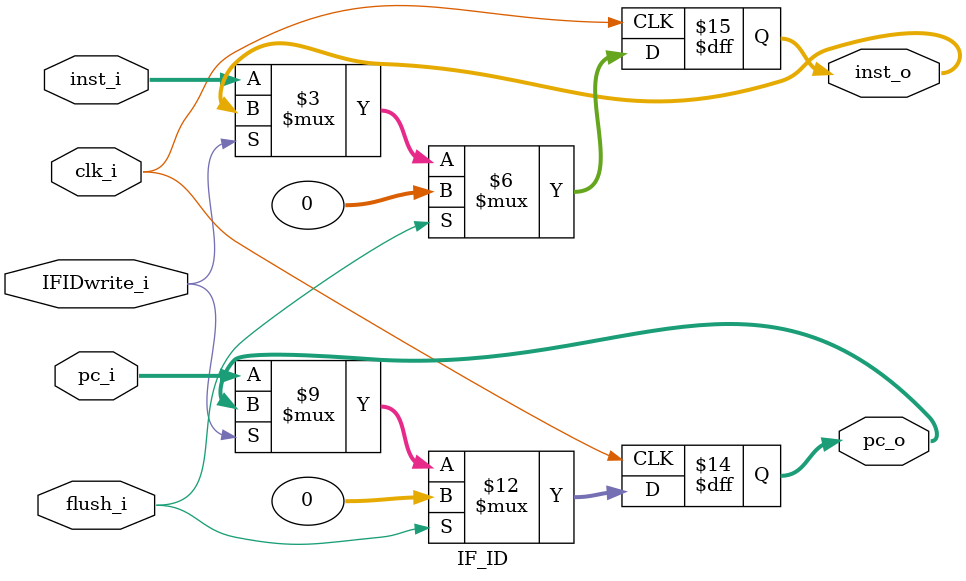
<source format=v>
module IF_ID
(
	clk_i,
	IFIDwrite_i,
	flush_i,
	pc_i,
	inst_i,
	pc_o,
	inst_o
);

// Ports
input				clk_i;
input 				IFIDwrite_i;
input 				flush_i;
input	[31:0]		pc_i;
input	[31:0]		inst_i;
output	[31:0]		pc_o;
output	[31:0]		inst_o;

// Wires & Registers
reg		[31:0]		pc_o;
reg		[31:0]		inst_o;

always@(posedge clk_i) begin
	if (flush_i) begin
		pc_o <= 0;
		inst_o <= 0;
	end
	else if (IFIDwrite_i) begin
		pc_o <= pc_o;
		inst_o <= inst_o;
	end
	else begin
		pc_o <= pc_i;
		inst_o <= inst_i;
	end
end
   
endmodule
</source>
